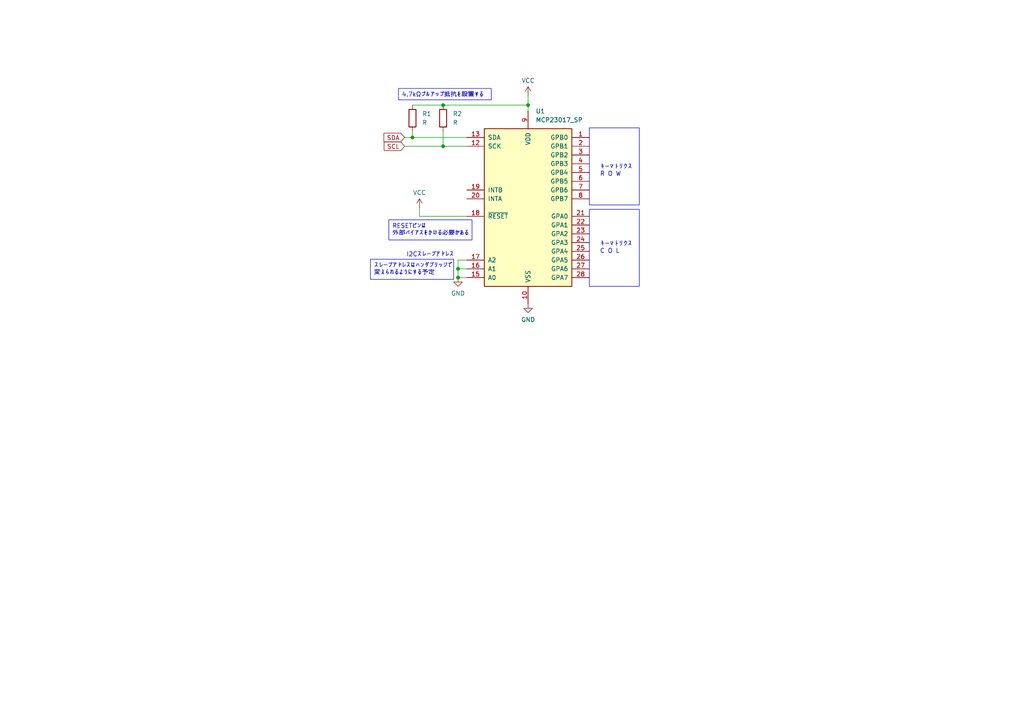
<source format=kicad_sch>
(kicad_sch (version 20230121) (generator eeschema)
  (paper "A4")
  (lib_symbols
    (symbol "Device:R" (pin_numbers hide) (pin_names (offset 0))
      (property "Reference" "R" (at 2.032 0 90))
      (property "Value" "R" (at 0 0 90))
      (symbol "R_0_1"
        (rectangle (start -1.016 -2.54) (end 1.016 2.54) (stroke (width 0.254)))
      )
      (symbol "R_1_1"
        (pin passive line (at 0 3.81 270) (length 1.27) (name "~") (number "1"))
        (pin passive line (at 0 -3.81 90) (length 1.27) (name "~") (number "2"))
      )
    )
    (symbol "Interface_Expansion:MCP23017_SP" (pin_names (offset 1.016))
      (property "Reference" "U" (at -11.43 24.13 0))
      (property "Value" "MCP23017_SP" (at 0 0 0))
      (symbol "MCP23017_SP_0_1"
        (rectangle (start -12.7 22.86) (end 12.7 -22.86) (stroke (width 0.254)) (fill (type background)))
      )
      (symbol "MCP23017_SP_1_1"
        (pin bidirectional line (at 17.78 20.32 180) (length 5.08) (name "GPB0") (number "1"))
        (pin power_in line (at 0 -27.94 90) (length 5.08) (name "VSS") (number "10"))
        (pin no_connect line (at -12.7 15.24 0) (length 5.08) hide (name "NC") (number "11"))
        (pin input line (at -17.78 17.78 0) (length 5.08) (name "SCK") (number "12"))
        (pin bidirectional line (at -17.78 20.32 0) (length 5.08) (name "SDA") (number "13"))
        (pin no_connect line (at -12.7 12.7 0) (length 5.08) hide (name "NC") (number "14"))
        (pin input line (at -17.78 -20.32 0) (length 5.08) (name "A0") (number "15"))
        (pin input line (at -17.78 -17.78 0) (length 5.08) (name "A1") (number "16"))
        (pin input line (at -17.78 -15.24 0) (length 5.08) (name "A2") (number "17"))
        (pin input line (at -17.78 -2.54 0) (length 5.08) (name "~{RESET}") (number "18"))
        (pin tri_state line (at -17.78 5.08 0) (length 5.08) (name "INTB") (number "19"))
        (pin bidirectional line (at 17.78 17.78 180) (length 5.08) (name "GPB1") (number "2"))
        (pin tri_state line (at -17.78 2.54 0) (length 5.08) (name "INTA") (number "20"))
        (pin bidirectional line (at 17.78 -2.54 180) (length 5.08) (name "GPA0") (number "21"))
        (pin bidirectional line (at 17.78 -5.08 180) (length 5.08) (name "GPA1") (number "22"))
        (pin bidirectional line (at 17.78 -7.62 180) (length 5.08) (name "GPA2") (number "23"))
        (pin bidirectional line (at 17.78 -10.16 180) (length 5.08) (name "GPA3") (number "24"))
        (pin bidirectional line (at 17.78 -12.7 180) (length 5.08) (name "GPA4") (number "25"))
        (pin bidirectional line (at 17.78 -15.24 180) (length 5.08) (name "GPA5") (number "26"))
        (pin bidirectional line (at 17.78 -17.78 180) (length 5.08) (name "GPA6") (number "27"))
        (pin bidirectional line (at 17.78 -20.32 180) (length 5.08) (name "GPA7") (number "28"))
        (pin bidirectional line (at 17.78 15.24 180) (length 5.08) (name "GPB2") (number "3"))
        (pin bidirectional line (at 17.78 12.7 180) (length 5.08) (name "GPB3") (number "4"))
        (pin bidirectional line (at 17.78 10.16 180) (length 5.08) (name "GPB4") (number "5"))
        (pin bidirectional line (at 17.78 7.62 180) (length 5.08) (name "GPB5") (number "6"))
        (pin bidirectional line (at 17.78 5.08 180) (length 5.08) (name "GPB6") (number "7"))
        (pin bidirectional line (at 17.78 2.54 180) (length 5.08) (name "GPB7") (number "8"))
        (pin power_in line (at 0 27.94 270) (length 5.08) (name "VDD") (number "9"))
      )
    )
    (symbol "power:GND" (power) (pin_names (offset 0))
      (property "Value" "GND" (at 0 -3.81 0))
      (symbol "GND_0_1"
        (polyline (pts (xy 0 0) (xy 0 -1.27) (xy 1.27 -1.27) (xy 0 -2.54) (xy -1.27 -1.27) (xy 0 -1.27)))
      )
      (symbol "GND_1_1"
        (pin power_in line (at 0 0 270) (length 0) hide (name "GND") (number "1"))
      )
    )
    (symbol "power:VCC" (power) (pin_names (offset 0))
      (property "Value" "VCC" (at 0 3.81 0))
      (symbol "VCC_0_1"
        (polyline (pts (xy -0.762 1.27) (xy 0 2.54)))
        (polyline (pts (xy 0 0) (xy 0 2.54)))
        (polyline (pts (xy 0 2.54) (xy 0.762 1.27)))
      )
      (symbol "VCC_1_1"
        (pin power_in line (at 0 0 90) (length 0) hide (name "VCC") (number "1"))
      )
    )
  )
  (junction (at 132.842 77.978))
  (junction (at 128.524 30.48))
  (junction (at 132.842 80.518))
  (junction (at 128.524 42.418))
  (junction (at 153.162 30.48))
  (junction (at 119.634 39.878))
  (wire (pts (xy 132.842 77.978) (xy 132.842 75.438)))
  (wire (pts (xy 135.382 62.738) (xy 121.666 62.738)))
  (wire (pts (xy 132.842 80.518) (xy 132.842 77.978)))
  (wire (pts (xy 128.524 38.1) (xy 128.524 42.418)))
  (wire (pts (xy 117.348 42.418) (xy 128.524 42.418)))
  (wire (pts (xy 135.382 80.518) (xy 132.842 80.518)))
  (wire (pts (xy 128.524 30.48) (xy 153.162 30.48)))
  (wire (pts (xy 121.666 60.198) (xy 121.666 62.738)))
  (wire (pts (xy 117.348 39.878) (xy 119.634 39.878)))
  (wire (pts (xy 132.842 77.978) (xy 135.382 77.978)))
  (wire (pts (xy 153.162 27.686) (xy 153.162 30.48)))
  (wire (pts (xy 132.842 75.438) (xy 135.382 75.438)))
  (wire (pts (xy 128.524 42.418) (xy 135.382 42.418)))
  (wire (pts (xy 119.634 39.878) (xy 135.382 39.878)))
  (wire (pts (xy 119.634 38.1) (xy 119.634 39.878)))
  (wire (pts (xy 119.634 30.48) (xy 128.524 30.48)))
  (wire (pts (xy 153.162 30.48) (xy 153.162 32.258)))
  (rectangle (start 170.942 60.706) (end 185.42 83.058))
  (rectangle (start 170.942 37.084) (end 185.42 59.436))
  (text_box "4.7kΩプルアップ抵抗を設置する" (at 115.57 25.654 0) (size 26.924 3.302) (effects (font (size 1.27 1.27)) (justify left top)))
  (text_box "スレーブアドレスはハンダブリッジで\n変えられるようにする予定" (at 107.442 75.184 0) (size 24.13 5.842) (effects (font (size 1.27 1.27)) (justify left top)))
  (text_box "RESETピンは\n外部バイアスをかける必要がある" (at 112.776 63.754 0) (size 24.13 5.842) (effects (font (size 1.27 1.27)) (justify left top)))
  (text "キーマトリクス\nR O W" (at 173.99 51.308 0) (effects (font (size 1.27 1.27)) (justify left bottom)))
  (text "キーマトリクス\nC O L\n" (at 173.99 73.66 0) (effects (font (size 1.27 1.27)) (justify left bottom)))
  (text "I2Cスレーブアドレス" (at 117.856 74.676 0) (effects (font (size 1.27 1.27)) (justify left bottom)))
  (global_label "SCL" (shape input) (at 117.348 42.418 180) (property "Intersheetrefs" "${INTERSHEET_REFS}" (effects hide)))
  (global_label "SDA" (shape input) (at 117.348 39.878 180) (property "Intersheetrefs" "${INTERSHEET_REFS}" (effects hide)))
  (symbol (lib_id "power:GND") (at 132.842 80.518 0) (unit 1)
    (property "Reference" "#PWR04" (effects hide))
    (property "Value" "GND" (at 132.842 85.09 0))
  )
  (symbol (lib_id "Interface_Expansion:MCP23017_SP") (at 153.162 60.198 0) (unit 1)
    (property "Reference" "U1" (at 155.3561 32.258 0) (effects (justify left)))
    (property "Value" "MCP23017_SP" (at 155.3561 34.798 0) (effects (justify left)))
    (property "Footprint" "Package_DIP:DIP-28_W7.62mm" (effects hide))
    (property "Datasheet" "http://ww1.microchip.com/downloads/en/DeviceDoc/20001952C.pdf" (effects hide))
  )
  (symbol (lib_id "power:GND") (at 153.162 88.138 0) (unit 1)
    (property "Reference" "#PWR01" (effects hide))
    (property "Value" "GND" (at 153.162 92.71 0))
  )
  (symbol (lib_id "Device:R") (at 128.524 34.29 0) (unit 1)
    (property "Reference" "R2" (at 131.318 33.02 0) (effects (justify left)))
    (property "Value" "R" (at 131.318 35.56 0) (effects (justify left)))
  )
  (symbol (lib_id "power:VCC") (at 121.666 60.198 0) (unit 1)
    (property "Reference" "#PWR03" (effects hide))
    (property "Value" "VCC" (at 121.666 55.88 0))
  )
  (symbol (lib_id "Device:R") (at 119.634 34.29 0) (unit 1)
    (property "Reference" "R1" (at 122.428 33.02 0) (effects (justify left)))
    (property "Value" "R" (at 122.428 35.56 0) (effects (justify left)))
  )
  (symbol (lib_id "power:VCC") (at 153.162 27.686 0) (unit 1)
    (property "Reference" "#PWR02" (effects hide))
    (property "Value" "VCC" (at 153.162 23.368 0))
  )
)
</source>
